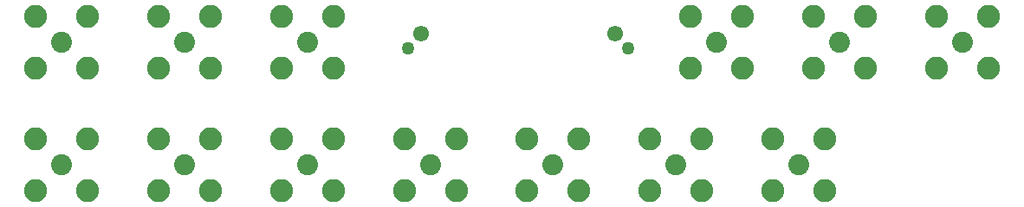
<source format=gbr>
%TF.GenerationSoftware,KiCad,Pcbnew,8.0.2-1*%
%TF.CreationDate,2024-09-17T16:57:38-04:00*%
%TF.ProjectId,Dummy Board,44756d6d-7920-4426-9f61-72642e6b6963,rev?*%
%TF.SameCoordinates,Original*%
%TF.FileFunction,Soldermask,Bot*%
%TF.FilePolarity,Negative*%
%FSLAX46Y46*%
G04 Gerber Fmt 4.6, Leading zero omitted, Abs format (unit mm)*
G04 Created by KiCad (PCBNEW 8.0.2-1) date 2024-09-17 16:57:38*
%MOMM*%
%LPD*%
G01*
G04 APERTURE LIST*
%ADD10C,2.250000*%
%ADD11C,2.050000*%
%ADD12C,1.552000*%
%ADD13C,1.270000*%
G04 APERTURE END LIST*
D10*
%TO.C,REF\u002A\u002A6*%
X220740000Y-99540000D03*
X220740000Y-94460000D03*
X215660000Y-99540000D03*
X215660000Y-94460000D03*
D11*
X218200000Y-97000000D03*
%TD*%
%TO.C,REF\u002A\u002A7*%
X130200000Y-109000000D03*
D10*
X127660000Y-106460000D03*
X127660000Y-111540000D03*
X132740000Y-106460000D03*
X132740000Y-111540000D03*
%TD*%
D11*
%TO.C,REF\u002A\u002A11*%
X178200000Y-109000000D03*
D10*
X175660000Y-106460000D03*
X175660000Y-111540000D03*
X180740000Y-106460000D03*
X180740000Y-111540000D03*
%TD*%
D11*
%TO.C,REF\u002A\u002A12*%
X190200000Y-109000000D03*
D10*
X187660000Y-106460000D03*
X187660000Y-111540000D03*
X192740000Y-106460000D03*
X192740000Y-111540000D03*
%TD*%
D11*
%TO.C,REF\u002A\u002A2*%
X142200000Y-97000000D03*
D10*
X139660000Y-94460000D03*
X139660000Y-99540000D03*
X144740000Y-94460000D03*
X144740000Y-99540000D03*
%TD*%
D11*
%TO.C,REF\u002A\u002A8*%
X142200000Y-109000000D03*
D10*
X139660000Y-106460000D03*
X139660000Y-111540000D03*
X144740000Y-106460000D03*
X144740000Y-111540000D03*
%TD*%
D11*
%TO.C,REF\u002A\u002A9*%
X154200000Y-109000000D03*
D10*
X151660000Y-106460000D03*
X151660000Y-111540000D03*
X156740000Y-106460000D03*
X156740000Y-111540000D03*
%TD*%
D11*
%TO.C,REF\u002A\u002A1*%
X130200000Y-97000000D03*
D10*
X127660000Y-94460000D03*
X127660000Y-99540000D03*
X132740000Y-94460000D03*
X132740000Y-99540000D03*
%TD*%
D11*
%TO.C,REF\u002A\u002A10*%
X166200000Y-109000000D03*
D10*
X163660000Y-106460000D03*
X163660000Y-111540000D03*
X168740000Y-106460000D03*
X168740000Y-111540000D03*
%TD*%
%TO.C,REF\u002A\u002A4*%
X196740000Y-99540000D03*
X196740000Y-94460000D03*
X191660000Y-99540000D03*
X191660000Y-94460000D03*
D11*
X194200000Y-97000000D03*
%TD*%
D10*
%TO.C,REF\u002A\u002A5*%
X208740000Y-99540000D03*
X208740000Y-94460000D03*
X203660000Y-99540000D03*
X203660000Y-94460000D03*
D11*
X206200000Y-97000000D03*
%TD*%
D12*
%TO.C,REF\u002A\u002A*%
X184295000Y-96100000D03*
X165305000Y-96100000D03*
D13*
X185545000Y-97600000D03*
X164055000Y-97600000D03*
%TD*%
D11*
%TO.C,REF\u002A\u002A13*%
X202200000Y-109000000D03*
D10*
X199660000Y-106460000D03*
X199660000Y-111540000D03*
X204740000Y-106460000D03*
X204740000Y-111540000D03*
%TD*%
D11*
%TO.C,REF\u002A\u002A3*%
X154200000Y-97000000D03*
D10*
X151660000Y-94460000D03*
X151660000Y-99540000D03*
X156740000Y-94460000D03*
X156740000Y-99540000D03*
%TD*%
M02*

</source>
